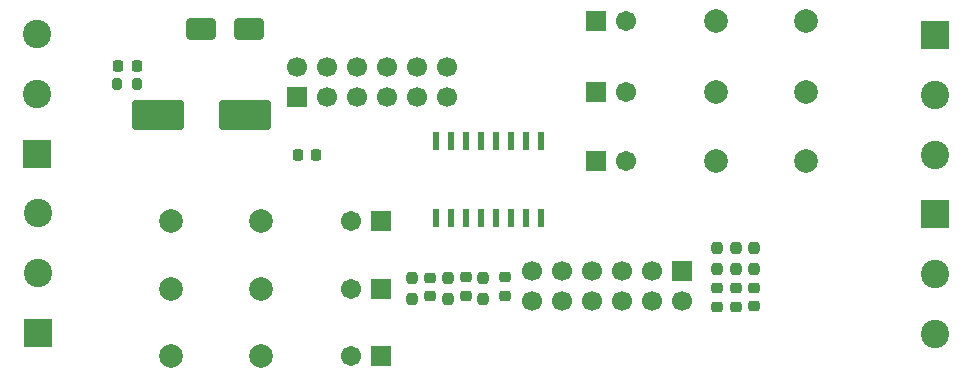
<source format=gbr>
%TF.GenerationSoftware,KiCad,Pcbnew,9.0.6*%
%TF.CreationDate,2025-12-26T20:22:19+00:00*%
%TF.ProjectId,PIDI-BOX-01-RELSW-6-MAIN-A1,50494449-2d42-44f5-982d-30312d52454c,rev?*%
%TF.SameCoordinates,Original*%
%TF.FileFunction,Soldermask,Top*%
%TF.FilePolarity,Negative*%
%FSLAX46Y46*%
G04 Gerber Fmt 4.6, Leading zero omitted, Abs format (unit mm)*
G04 Created by KiCad (PCBNEW 9.0.6) date 2025-12-26 20:22:19*
%MOMM*%
%LPD*%
G01*
G04 APERTURE LIST*
G04 Aperture macros list*
%AMRoundRect*
0 Rectangle with rounded corners*
0 $1 Rounding radius*
0 $2 $3 $4 $5 $6 $7 $8 $9 X,Y pos of 4 corners*
0 Add a 4 corners polygon primitive as box body*
4,1,4,$2,$3,$4,$5,$6,$7,$8,$9,$2,$3,0*
0 Add four circle primitives for the rounded corners*
1,1,$1+$1,$2,$3*
1,1,$1+$1,$4,$5*
1,1,$1+$1,$6,$7*
1,1,$1+$1,$8,$9*
0 Add four rect primitives between the rounded corners*
20,1,$1+$1,$2,$3,$4,$5,0*
20,1,$1+$1,$4,$5,$6,$7,0*
20,1,$1+$1,$6,$7,$8,$9,0*
20,1,$1+$1,$8,$9,$2,$3,0*%
G04 Aperture macros list end*
%ADD10RoundRect,0.218750X0.256250X-0.218750X0.256250X0.218750X-0.256250X0.218750X-0.256250X-0.218750X0*%
%ADD11RoundRect,0.137500X-0.137500X0.662500X-0.137500X-0.662500X0.137500X-0.662500X0.137500X0.662500X0*%
%ADD12RoundRect,0.102000X0.754000X0.754000X-0.754000X0.754000X-0.754000X-0.754000X0.754000X-0.754000X0*%
%ADD13C,1.712000*%
%ADD14C,2.004000*%
%ADD15R,2.400000X2.400000*%
%ADD16C,2.400000*%
%ADD17RoundRect,0.237500X-0.237500X0.250000X-0.237500X-0.250000X0.237500X-0.250000X0.237500X0.250000X0*%
%ADD18RoundRect,0.102000X-0.754000X-0.754000X0.754000X-0.754000X0.754000X0.754000X-0.754000X0.754000X0*%
%ADD19RoundRect,0.225000X-0.225000X-0.250000X0.225000X-0.250000X0.225000X0.250000X-0.225000X0.250000X0*%
%ADD20R,1.700000X1.700000*%
%ADD21C,1.700000*%
%ADD22RoundRect,0.200000X-0.200000X-0.275000X0.200000X-0.275000X0.200000X0.275000X-0.200000X0.275000X0*%
%ADD23RoundRect,0.250000X1.000000X0.650000X-1.000000X0.650000X-1.000000X-0.650000X1.000000X-0.650000X0*%
%ADD24RoundRect,0.250000X1.950000X1.000000X-1.950000X1.000000X-1.950000X-1.000000X1.950000X-1.000000X0*%
%ADD25RoundRect,0.218750X-0.218750X-0.256250X0.218750X-0.256250X0.218750X0.256250X-0.218750X0.256250X0*%
G04 APERTURE END LIST*
D10*
%TO.C,D8*%
X151587200Y-81940500D03*
X151587200Y-80365500D03*
%TD*%
D11*
%TO.C,U1*%
X154578300Y-68860800D03*
X153308300Y-68860800D03*
X152038300Y-68860800D03*
X150768300Y-68860800D03*
X149498300Y-68860800D03*
X148228300Y-68860800D03*
X146958300Y-68860800D03*
X145688300Y-68860800D03*
X145688300Y-75360800D03*
X146958300Y-75360800D03*
X148228300Y-75360800D03*
X149498300Y-75360800D03*
X150768300Y-75360800D03*
X152038300Y-75360800D03*
X153308300Y-75360800D03*
X154578300Y-75360800D03*
%TD*%
D12*
%TO.C,REL6*%
X141026900Y-75641000D03*
D13*
X138486900Y-75641000D03*
D14*
X130866900Y-75641000D03*
X123246900Y-75641000D03*
%TD*%
D15*
%TO.C,J4*%
X111980000Y-85120000D03*
D16*
X111980000Y-80040000D03*
X111980000Y-74960000D03*
%TD*%
D17*
%TO.C,R3*%
X171100000Y-77850000D03*
X171100000Y-79675000D03*
%TD*%
D18*
%TO.C,REL1*%
X159258000Y-70561200D03*
D13*
X161798000Y-70561200D03*
D14*
X169418000Y-70561200D03*
X177038000Y-70561200D03*
%TD*%
D12*
%TO.C,REL4*%
X141046200Y-87045800D03*
D13*
X138506200Y-87045800D03*
D14*
X130886200Y-87045800D03*
X123266200Y-87045800D03*
%TD*%
D15*
%TO.C,J1*%
X187934600Y-59842400D03*
D16*
X187934600Y-64922400D03*
X187934600Y-70002400D03*
%TD*%
D19*
%TO.C,C1*%
X134025000Y-70050000D03*
X135575000Y-70050000D03*
%TD*%
D15*
%TO.C,J2*%
X187934600Y-75031600D03*
D16*
X187934600Y-80111600D03*
X187934600Y-85191600D03*
%TD*%
D15*
%TO.C,J3*%
X111963200Y-69900800D03*
D16*
X111963200Y-64820800D03*
X111963200Y-59740800D03*
%TD*%
D20*
%TO.C,J5*%
X133959600Y-65074800D03*
D21*
X133959600Y-62534800D03*
X136499600Y-65074800D03*
X136499600Y-62534800D03*
X139039600Y-65074800D03*
X139039600Y-62534800D03*
X141579600Y-65074800D03*
X141579600Y-62534800D03*
X144119600Y-65074800D03*
X144119600Y-62534800D03*
X146659600Y-65074800D03*
X146659600Y-62534800D03*
%TD*%
D22*
%TO.C,R1*%
X118725000Y-64000000D03*
X120375000Y-64000000D03*
%TD*%
D10*
%TO.C,D4*%
X171100000Y-82875000D03*
X171100000Y-81300000D03*
%TD*%
D18*
%TO.C,REL3*%
X159258000Y-58674000D03*
D13*
X161798000Y-58674000D03*
D14*
X169418000Y-58674000D03*
X177038000Y-58674000D03*
%TD*%
D23*
%TO.C,D1*%
X129863600Y-59359800D03*
X125863600Y-59359800D03*
%TD*%
D17*
%TO.C,R4*%
X172650000Y-77850000D03*
X172650000Y-79675000D03*
%TD*%
D10*
%TO.C,D6*%
X145211800Y-81965900D03*
X145211800Y-80390900D03*
%TD*%
D17*
%TO.C,R7*%
X149733000Y-80418300D03*
X149733000Y-82243300D03*
%TD*%
D10*
%TO.C,D5*%
X172650000Y-82837500D03*
X172650000Y-81262500D03*
%TD*%
D18*
%TO.C,Rel2*%
X159277300Y-64643200D03*
D13*
X161817300Y-64643200D03*
D14*
X169437300Y-64643200D03*
X177057300Y-64643200D03*
%TD*%
D20*
%TO.C,J6*%
X166550000Y-79814000D03*
D21*
X166550000Y-82354000D03*
X164010000Y-79814000D03*
X164010000Y-82354000D03*
X161470000Y-79814000D03*
X161470000Y-82354000D03*
X158930000Y-79814000D03*
X158930000Y-82354000D03*
X156390000Y-79814000D03*
X156390000Y-82354000D03*
X153850000Y-79814000D03*
X153850000Y-82354000D03*
%TD*%
D12*
%TO.C,REL5*%
X141046200Y-81330600D03*
D13*
X138506200Y-81330600D03*
D14*
X130886200Y-81330600D03*
X123266200Y-81330600D03*
%TD*%
D24*
%TO.C,C2*%
X129582400Y-66649600D03*
X122182400Y-66649600D03*
%TD*%
D10*
%TO.C,D3*%
X169550000Y-82887500D03*
X169550000Y-81312500D03*
%TD*%
%TO.C,D7*%
X148259800Y-81940500D03*
X148259800Y-80365500D03*
%TD*%
D17*
%TO.C,R2*%
X169550000Y-77850000D03*
X169550000Y-79675000D03*
%TD*%
%TO.C,R5*%
X143687800Y-80418300D03*
X143687800Y-82243300D03*
%TD*%
%TO.C,R6*%
X146735800Y-80418300D03*
X146735800Y-82243300D03*
%TD*%
D25*
%TO.C,D2*%
X118786200Y-62488800D03*
X120361200Y-62488800D03*
%TD*%
M02*

</source>
